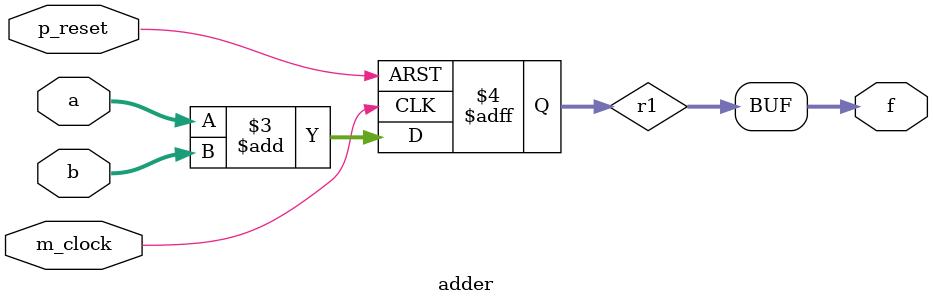
<source format=v>

/*Produced by NSL Core(version=20240708), IP ARCH, Inc. Thu Aug  8 13:52:17 2024
 Licensed to :EVALUATION USER*/
/*
 DO NOT USE ANY PART OF THIS FILE FOR COMMERCIAL PRODUCTS. 
*/

module adder ( p_reset , m_clock , a , b , f );
  input p_reset, m_clock;
  wire p_reset, m_clock;
  input [1:0] a;
  wire [1:0] a;
  input [1:0] b;
  wire [1:0] b;
  output [1:0] f;
  wire [1:0] f;
  reg [1:0] r1;

   assign  f = r1;
always @(posedge m_clock or negedge p_reset)
  begin
if (~p_reset)
     r1 <= 2'b00;
else   r1 <= (a+b);
end
endmodule

/*Produced by NSL Core(version=20240708), IP ARCH, Inc. Thu Aug  8 13:52:17 2024
 Licensed to :EVALUATION USER*/

</source>
